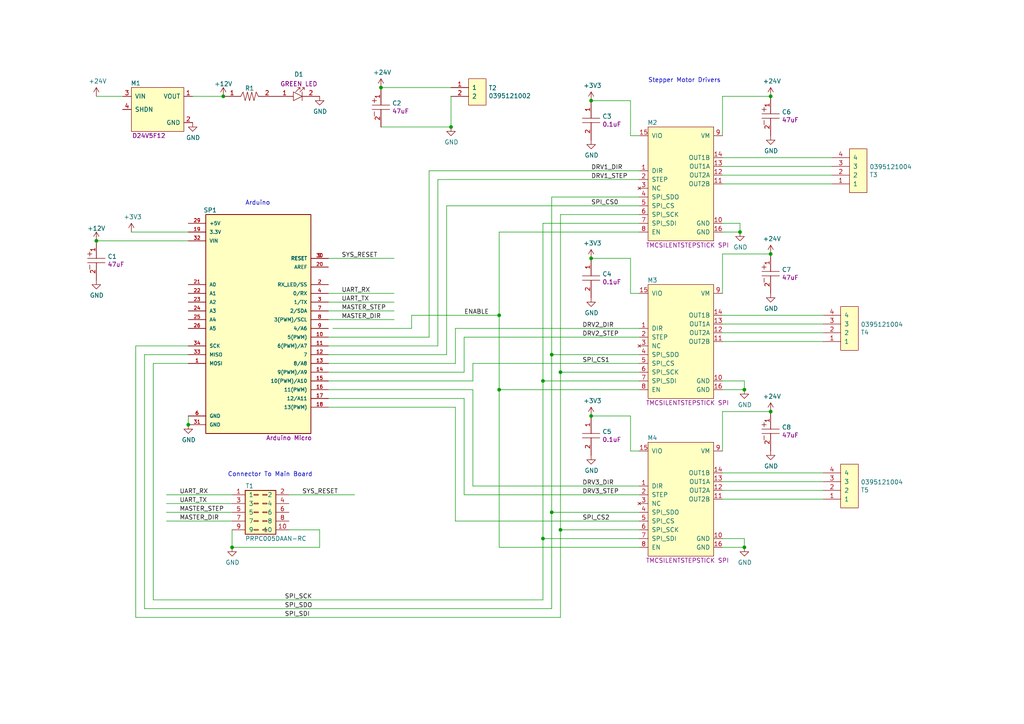
<source format=kicad_sch>
(kicad_sch (version 20211123) (generator eeschema)
  (paper "A4")
  (lib_symbols
    (symbol "AVR-KiCAD-Lib-Capacitors:C0402C104K9PACTU" (pin_names (offset 1.016))
      (property "Reference" "C" (at -2.54 2.54 0))
      (property "_Value_" "0.1uF" (at 58.42 63.5 0))
      (symbol "C0402C104K9PACTU_1_1"
        (polyline (pts (xy 0 2.54) (xy 0 -2.54)))
        (polyline (pts (xy 1.27 2.54) (xy 1.27 -2.54)))
        (pin input line (at -5.08 0 0) (length 5.08) (name "~") (number "1"))
        (pin input line (at 6.35 0 180) (length 5.08) (name "~") (number "2"))
      )
    )
    (symbol "AVR-KiCAD-Lib-Capacitors:UCM1C470MCL1GS" (pin_names (offset 1.016))
      (property "Reference" "C" (at -2.54 2.54 0))
      (property "_Value_" "47uF" (at 58.42 63.5 0))
      (symbol "UCM1C470MCL1GS_0_1"
        (polyline (pts (xy -1.27 -1.27) (xy -1.27 -2.54)))
        (polyline (pts (xy -0.635 -1.905) (xy -1.905 -1.905)))
        (polyline (pts (xy 1.905 -1.905) (xy 3.175 -1.905)))
      )
      (symbol "UCM1C470MCL1GS_1_1"
        (polyline (pts (xy 0 2.54) (xy 0 -2.54)))
        (polyline (pts (xy 1.27 2.54) (xy 1.27 -2.54)))
        (pin input line (at -5.08 0 0) (length 5.08) (name "~") (number "1"))
        (pin input line (at 6.35 0 180) (length 5.08) (name "~") (number "2"))
      )
    )
    (symbol "AVR-KiCAD-Lib-Connectors:0395121002" (pin_names (offset 1.016))
      (property "Reference" "T" (at -2.54 2.54 0))
      (property "Value" "AVR-KiCAD-Lib-Connectors_0395121002" (at 1.27 5.08 0))
      (symbol "0395121002_0_1"
        (rectangle (start 0 2.54) (end 5.08 -5.08) (fill (type background)))
      )
      (symbol "0395121002_1_1"
        (pin passive line (at -5.08 0 0) (length 5.08) (name "1") (number "1"))
        (pin passive line (at -5.08 -2.54 0) (length 5.08) (name "2") (number "2"))
      )
    )
    (symbol "AVR-KiCAD-Lib-Connectors:0395121004" (pin_names (offset 1.016))
      (property "Reference" "T" (at -2.54 2.54 0))
      (property "Value" "AVR-KiCAD-Lib-Connectors_0395121004" (at 1.27 5.08 0))
      (symbol "0395121004_0_1"
        (rectangle (start 0 2.54) (end 5.08 -10.16) (fill (type background)))
      )
      (symbol "0395121004_1_1"
        (pin passive line (at -5.08 0 0) (length 5.08) (name "1") (number "1"))
        (pin passive line (at -5.08 -2.54 0) (length 5.08) (name "2") (number "2"))
        (pin passive line (at -5.08 -5.08 0) (length 5.08) (name "3") (number "3"))
        (pin passive line (at -5.08 -7.62 0) (length 5.08) (name "4") (number "4"))
      )
    )
    (symbol "AVR-KiCAD-Lib-Connectors:PRPC005DAAN-RC" (pin_names (offset 1.016))
      (property "Reference" "T" (at 0 1.27 0))
      (property "Value" "PRPC005DAAN-RC" (at 6.35 -13.97 0))
      (symbol "PRPC005DAAN-RC_1_1"
        (rectangle (start 0 0) (end 8.89 -12.7) (stroke (width 0.254)) (fill (type background)))
        (rectangle (start 2.54 -11.303) (end 3.81 -11.557) (stroke (width 0.1524)))
        (rectangle (start 2.54 -8.763) (end 3.81 -9.017) (stroke (width 0.1524)))
        (rectangle (start 2.54 -6.223) (end 3.81 -6.477) (stroke (width 0.1524)))
        (rectangle (start 2.54 -3.683) (end 3.81 -3.937) (stroke (width 0.1524)))
        (rectangle (start 2.54 -1.143) (end 3.81 -1.397) (stroke (width 0.1524)))
        (rectangle (start 6.35 -11.303) (end 5.08 -11.557) (stroke (width 0.1524)))
        (rectangle (start 6.35 -8.763) (end 5.08 -9.017) (stroke (width 0.1524)))
        (rectangle (start 6.35 -6.223) (end 5.08 -6.477) (stroke (width 0.1524)))
        (rectangle (start 6.35 -3.683) (end 5.08 -3.937) (stroke (width 0.1524)))
        (rectangle (start 6.35 -1.143) (end 5.08 -1.397) (stroke (width 0.1524)))
        (pin passive line (at -3.81 -1.27 0) (length 3.81) (name "1") (number "1"))
        (pin passive line (at 12.7 -11.43 180) (length 3.81) (name "10") (number "10"))
        (pin passive line (at 12.7 -1.27 180) (length 3.81) (name "2") (number "2"))
        (pin passive line (at -3.81 -3.81 0) (length 3.81) (name "3") (number "3"))
        (pin passive line (at 12.7 -3.81 180) (length 3.81) (name "4") (number "4"))
        (pin passive line (at -3.81 -6.35 0) (length 3.81) (name "5") (number "5"))
        (pin passive line (at 12.7 -6.35 180) (length 3.81) (name "6") (number "6"))
        (pin passive line (at -3.81 -8.89 0) (length 3.81) (name "7") (number "7"))
        (pin passive line (at 12.7 -8.89 180) (length 3.81) (name "8") (number "8"))
        (pin passive line (at -3.81 -11.43 0) (length 3.81) (name "9") (number "9"))
      )
    )
    (symbol "AVR-KiCAD-Lib-Diodes:LTST-C194KGKT" (pin_names (offset 1.016))
      (property "Reference" "D" (at -2.54 2.54 0))
      (property "_Value_" "GREEN LED" (at 58.42 63.5 0))
      (symbol "LTST-C194KGKT_0_1"
        (polyline (pts (xy -0.635 1.27) (xy 0.635 2.54)))
        (polyline (pts (xy 0.635 2.54) (xy 0 2.54)))
        (polyline (pts (xy 0.635 2.54) (xy 0.635 1.905)))
        (polyline (pts (xy 1.27 -1.27) (xy 1.27 1.27)))
        (polyline (pts (xy 1.905 2.54) (xy 1.905 1.905)))
        (polyline (pts (xy 0.635 1.27) (xy 1.905 2.54) (xy 1.27 2.54)))
        (polyline (pts (xy -1.27 1.27) (xy -1.27 -1.27) (xy 1.27 0) (xy -1.27 1.27)))
      )
      (symbol "LTST-C194KGKT_1_1"
        (pin passive line (at -6.35 0 0) (length 5.08) (name "~") (number "1"))
        (pin passive line (at 6.35 0 180) (length 5.08) (name "~") (number "2"))
      )
    )
    (symbol "AVR-KiCAD-Lib-Modules:D24V5F12" (pin_names (offset 1.016))
      (property "Reference" "M" (at 1.27 1.27 0))
      (property "_Value_" "D24V5F12" (at 3.81 -13.97 0))
      (symbol "D24V5F12_0_1"
        (rectangle (start 0 0) (end 15.24 -12.7) (stroke (width 0.1524)) (fill (type background)))
      )
      (symbol "D24V5F12_1_1"
        (pin power_out line (at 17.78 -2.54 180) (length 2.54) (name "VOUT") (number "1"))
        (pin passive line (at 17.78 -10.16 180) (length 2.54) (name "GND") (number "2"))
        (pin power_in line (at -2.54 -2.54 0) (length 2.54) (name "VIN") (number "3"))
        (pin input line (at -2.54 -6.35 0) (length 2.54) (name "SHDN") (number "4"))
      )
    )
    (symbol "AVR-KiCAD-Lib-Modules:TMCSILENTSTEPSTICK" (pin_names (offset 1.016))
      (property "Reference" "M" (at 1.27 2.54 0))
      (property "_Value_" "TMCSILENTSTEPSTICK SPI" (at 11.43 -33.02 0))
      (symbol "TMCSILENTSTEPSTICK_0_1"
        (rectangle (start 0 1.27) (end 19.05 -31.75) (fill (type background)))
      )
      (symbol "TMCSILENTSTEPSTICK_1_1"
        (pin input line (at -2.54 -11.43 0) (length 2.54) (name "DIR") (number "1"))
        (pin passive line (at 21.59 -26.67 180) (length 2.54) (name "GND") (number "10"))
        (pin output line (at 21.59 -15.24 180) (length 2.54) (name "OUT2B") (number "11"))
        (pin output line (at 21.59 -12.7 180) (length 2.54) (name "OUT2A") (number "12"))
        (pin output line (at 21.59 -10.16 180) (length 2.54) (name "OUT1A") (number "13"))
        (pin output line (at 21.59 -7.62 180) (length 2.54) (name "OUT1B") (number "14"))
        (pin power_in line (at -2.54 -1.27 0) (length 2.54) (name "VIO") (number "15"))
        (pin passive line (at 21.59 -29.21 180) (length 2.54) (name "GND") (number "16"))
        (pin input line (at -2.54 -13.97 0) (length 2.54) (name "STEP") (number "2"))
        (pin no_connect line (at -2.54 -16.51 0) (length 2.54) (name "NC") (number "3"))
        (pin output line (at -2.54 -19.05 0) (length 2.54) (name "SPI_SDO") (number "4"))
        (pin input line (at -2.54 -21.59 0) (length 2.54) (name "SPI_CS") (number "5"))
        (pin input line (at -2.54 -24.13 0) (length 2.54) (name "SPI_SCK") (number "6"))
        (pin input line (at -2.54 -26.67 0) (length 2.54) (name "SPI_SDI") (number "7"))
        (pin input line (at -2.54 -29.21 0) (length 2.54) (name "EN") (number "8"))
        (pin power_in line (at 21.59 -1.27 180) (length 2.54) (name "VM") (number "9"))
      )
    )
    (symbol "AVR-KiCAD-Lib-Resistors:AT0603FRE0710KL" (pin_names (offset 1.016))
      (property "Reference" "R" (at -2.54 2.54 0))
      (property "Value" "AT0603FRE0710KL" (at 1.27 5.08 0))
      (symbol "AT0603FRE0710KL_1_1"
        (polyline (pts (xy -2.54 0) (xy -1.905 1.27) (xy -1.27 -1.27) (xy -0.635 1.27) (xy 0 -1.27) (xy 0.635 1.27) (xy 1.27 -1.27) (xy 1.905 1.27) (xy 2.54 0)))
        (pin passive line (at -7.62 0 0) (length 5.08) (name "~") (number "1"))
        (pin passive line (at 7.62 0 180) (length 5.08) (name "~") (number "2"))
      )
    )
    (symbol "AVR-KiCAD-Lib-Special:Arduino_Micro" (pin_names (offset 1.016))
      (property "Reference" "SP" (at 1.27 1.27 0))
      (property "_Value_" "Arduino Micro" (at 6.35 -64.77 0))
      (symbol "Arduino_Micro_1_1"
        (rectangle (start 0 0) (end 30.48 -63.5) (stroke (width 0.254)) (fill (type background)))
        (pin bidirectional line (at 35.56 -43.18 180) (length 5.08) (name "MOSI") (number "1"))
        (pin bidirectional line (at -5.08 -35.56 0) (length 5.08) (name "5(PWM)") (number "10"))
        (pin bidirectional line (at -5.08 -38.1 0) (length 5.08) (name "6(PWM)/A7") (number "11"))
        (pin bidirectional line (at -5.08 -40.64 0) (length 5.08) (name "7") (number "12"))
        (pin bidirectional line (at -5.08 -43.18 0) (length 5.08) (name "8/A8") (number "13"))
        (pin bidirectional line (at -5.08 -45.72 0) (length 5.08) (name "9(PWM)/A9") (number "14"))
        (pin bidirectional line (at -5.08 -48.26 0) (length 5.08) (name "10(PWM)/A10") (number "15"))
        (pin bidirectional line (at -5.08 -50.8 0) (length 5.08) (name "11(PWM)") (number "16"))
        (pin bidirectional line (at -5.08 -53.34 0) (length 5.08) (name "12/A11") (number "17"))
        (pin bidirectional line (at -5.08 -55.88 0) (length 5.08) (name "13(PWM)") (number "18"))
        (pin power_in line (at 35.56 -5.08 180) (length 5.08) (name "3.3V") (number "19"))
        (pin bidirectional line (at -5.08 -20.32 0) (length 5.08) (name "RX_LED/SS") (number "2"))
        (pin input line (at -5.08 -15.24 0) (length 5.08) (name "AREF") (number "20"))
        (pin bidirectional line (at 35.56 -20.32 180) (length 5.08) (name "A0") (number "21"))
        (pin bidirectional line (at 35.56 -22.86 180) (length 5.08) (name "A1") (number "22"))
        (pin bidirectional line (at 35.56 -25.4 180) (length 5.08) (name "A2") (number "23"))
        (pin bidirectional line (at 35.56 -27.94 180) (length 5.08) (name "A3") (number "24"))
        (pin bidirectional line (at 35.56 -30.48 180) (length 5.08) (name "A4") (number "25"))
        (pin bidirectional line (at 35.56 -33.02 180) (length 5.08) (name "A5") (number "26"))
        (pin power_in line (at 35.56 -2.54 180) (length 5.08) (name "+5V") (number "29"))
        (pin bidirectional line (at -5.08 -25.4 0) (length 5.08) (name "1/TX") (number "3"))
        (pin input line (at -5.08 -12.7 0) (length 5.08) (name "RESET") (number "30"))
        (pin power_in line (at 35.56 -60.96 180) (length 5.08) (name "GND") (number "31"))
        (pin power_in line (at 35.56 -7.62 180) (length 5.08) (name "VIN") (number "32"))
        (pin bidirectional line (at 35.56 -40.64 180) (length 5.08) (name "MISO") (number "33"))
        (pin bidirectional line (at 35.56 -38.1 180) (length 5.08) (name "SCK") (number "34"))
        (pin bidirectional line (at -5.08 -22.86 0) (length 5.08) (name "0/RX") (number "4"))
        (pin input line (at -5.08 -12.7 0) (length 5.08) (name "RESET") (number "5"))
        (pin power_in line (at 35.56 -58.42 180) (length 5.08) (name "GND") (number "6"))
        (pin bidirectional line (at -5.08 -27.94 0) (length 5.08) (name "2/SDA") (number "7"))
        (pin bidirectional line (at -5.08 -30.48 0) (length 5.08) (name "3(PWM)/SCL") (number "8"))
        (pin bidirectional line (at -5.08 -33.02 0) (length 5.08) (name "4/A6") (number "9"))
      )
    )
    (symbol "power:+12V" (power) (pin_names (offset 0))
      (property "Value" "+12V" (at 0 3.556 0))
      (symbol "+12V_0_1"
        (polyline (pts (xy -0.762 1.27) (xy 0 2.54)))
        (polyline (pts (xy 0 0) (xy 0 2.54)))
        (polyline (pts (xy 0 2.54) (xy 0.762 1.27)))
      )
      (symbol "+12V_1_1"
        (pin power_in line (at 0 0 90) (length 0) hide (name "+12V") (number "1"))
      )
    )
    (symbol "power:+24V" (power) (pin_names (offset 0))
      (property "Value" "+24V" (at 0 3.556 0))
      (symbol "+24V_0_1"
        (polyline (pts (xy -0.762 1.27) (xy 0 2.54)))
        (polyline (pts (xy 0 0) (xy 0 2.54)))
        (polyline (pts (xy 0 2.54) (xy 0.762 1.27)))
      )
      (symbol "+24V_1_1"
        (pin power_in line (at 0 0 90) (length 0) hide (name "+24V") (number "1"))
      )
    )
    (symbol "power:+3.3V" (power) (pin_names (offset 0))
      (property "Value" "+3.3V" (at 0 3.556 0))
      (symbol "+3.3V_0_1"
        (polyline (pts (xy -0.762 1.27) (xy 0 2.54)))
        (polyline (pts (xy 0 0) (xy 0 2.54)))
        (polyline (pts (xy 0 2.54) (xy 0.762 1.27)))
      )
      (symbol "+3.3V_1_1"
        (pin power_in line (at 0 0 90) (length 0) hide (name "+3V3") (number "1"))
      )
    )
    (symbol "power:GND" (power) (pin_names (offset 0))
      (property "Value" "GND" (at 0 -3.81 0))
      (symbol "GND_0_1"
        (polyline (pts (xy 0 0) (xy 0 -1.27) (xy 1.27 -1.27) (xy 0 -2.54) (xy -1.27 -1.27) (xy 0 -1.27)))
      )
      (symbol "GND_1_1"
        (pin power_in line (at 0 0 270) (length 0) hide (name "GND") (number "1"))
      )
    )
  )
  (junction (at 162.56 153.67))
  (junction (at 214.63 67.31))
  (junction (at 157.48 110.49))
  (junction (at 223.52 73.66))
  (junction (at 144.78 91.44))
  (junction (at 67.31 158.75))
  (junction (at 223.52 119.38))
  (junction (at 64.77 27.94))
  (junction (at 160.02 148.59))
  (junction (at 160.02 102.87))
  (junction (at 215.9 113.03))
  (junction (at 157.48 156.21))
  (junction (at 144.78 113.03))
  (junction (at 130.81 36.83))
  (junction (at 110.49 25.4))
  (junction (at 27.94 69.85))
  (junction (at 54.61 123.19))
  (junction (at 162.56 107.95))
  (junction (at 223.52 27.94))
  (junction (at 171.45 29.21))
  (junction (at 171.45 74.93))
  (junction (at 215.9 158.75))
  (junction (at 171.45 120.65))
  (wire (pts (xy 95.25 115.57) (xy 134.62 115.57)))
  (wire (pts (xy 132.08 118.11) (xy 132.08 151.13)))
  (wire (pts (xy 185.42 67.31) (xy 144.78 67.31)))
  (wire (pts (xy 182.88 74.93) (xy 171.45 74.93)))
  (wire (pts (xy 124.46 49.53) (xy 185.42 49.53)))
  (wire (pts (xy 182.88 29.21) (xy 171.45 29.21)))
  (wire (pts (xy 54.61 123.19) (xy 54.61 120.65)))
  (wire (pts (xy 182.88 85.09) (xy 182.88 74.93)))
  (wire (pts (xy 144.78 158.75) (xy 185.42 158.75)))
  (wire (pts (xy 119.38 95.25) (xy 119.38 91.44)))
  (wire (pts (xy 127 52.07) (xy 127 100.33)))
  (wire (pts (xy 110.49 36.83) (xy 130.81 36.83)))
  (wire (pts (xy 209.55 130.81) (xy 209.55 119.38)))
  (wire (pts (xy 41.91 102.87) (xy 41.91 176.53)))
  (wire (pts (xy 96.52 95.25) (xy 119.38 95.25)))
  (wire (pts (xy 209.55 142.24) (xy 238.76 142.24)))
  (wire (pts (xy 160.02 102.87) (xy 185.42 102.87)))
  (wire (pts (xy 134.62 115.57) (xy 134.62 143.51)))
  (wire (pts (xy 157.48 156.21) (xy 157.48 110.49)))
  (wire (pts (xy 41.91 176.53) (xy 160.02 176.53)))
  (wire (pts (xy 48.26 148.59) (xy 67.31 148.59)))
  (wire (pts (xy 137.16 105.41) (xy 185.42 105.41)))
  (wire (pts (xy 209.55 96.52) (xy 238.76 96.52)))
  (wire (pts (xy 162.56 107.95) (xy 162.56 62.23)))
  (wire (pts (xy 67.31 158.75) (xy 92.71 158.75)))
  (wire (pts (xy 209.55 50.8) (xy 241.3 50.8)))
  (wire (pts (xy 185.42 130.81) (xy 182.88 130.81)))
  (wire (pts (xy 209.55 158.75) (xy 215.9 158.75)))
  (wire (pts (xy 209.55 73.66) (xy 223.52 73.66)))
  (wire (pts (xy 54.61 100.33) (xy 39.37 100.33)))
  (wire (pts (xy 209.55 48.26) (xy 241.3 48.26)))
  (wire (pts (xy 157.48 110.49) (xy 157.48 64.77)))
  (wire (pts (xy 182.88 39.37) (xy 182.88 29.21)))
  (wire (pts (xy 132.08 95.25) (xy 132.08 105.41)))
  (wire (pts (xy 129.54 59.69) (xy 129.54 102.87)))
  (wire (pts (xy 137.16 113.03) (xy 137.16 140.97)))
  (wire (pts (xy 95.25 105.41) (xy 132.08 105.41)))
  (wire (pts (xy 162.56 107.95) (xy 185.42 107.95)))
  (wire (pts (xy 162.56 62.23) (xy 185.42 62.23)))
  (wire (pts (xy 160.02 176.53) (xy 160.02 148.59)))
  (wire (pts (xy 48.26 146.05) (xy 67.31 146.05)))
  (wire (pts (xy 92.71 153.67) (xy 83.82 153.67)))
  (wire (pts (xy 185.42 59.69) (xy 129.54 59.69)))
  (wire (pts (xy 160.02 148.59) (xy 185.42 148.59)))
  (wire (pts (xy 162.56 179.07) (xy 162.56 153.67)))
  (wire (pts (xy 209.55 53.34) (xy 241.3 53.34)))
  (wire (pts (xy 132.08 151.13) (xy 185.42 151.13)))
  (wire (pts (xy 95.25 110.49) (xy 137.16 110.49)))
  (wire (pts (xy 215.9 113.03) (xy 215.9 110.49)))
  (wire (pts (xy 162.56 153.67) (xy 162.56 107.95)))
  (wire (pts (xy 157.48 110.49) (xy 185.42 110.49)))
  (wire (pts (xy 209.55 45.72) (xy 241.3 45.72)))
  (wire (pts (xy 130.81 36.83) (xy 130.81 27.94)))
  (wire (pts (xy 185.42 143.51) (xy 134.62 143.51)))
  (wire (pts (xy 209.55 139.7) (xy 238.76 139.7)))
  (wire (pts (xy 185.42 52.07) (xy 127 52.07)))
  (wire (pts (xy 209.55 144.78) (xy 238.76 144.78)))
  (wire (pts (xy 209.55 64.77) (xy 214.63 64.77)))
  (wire (pts (xy 209.55 67.31) (xy 214.63 67.31)))
  (wire (pts (xy 209.55 119.38) (xy 223.52 119.38)))
  (wire (pts (xy 157.48 173.99) (xy 157.48 156.21)))
  (wire (pts (xy 132.08 95.25) (xy 185.42 95.25)))
  (wire (pts (xy 182.88 130.81) (xy 182.88 120.65)))
  (wire (pts (xy 209.55 99.06) (xy 238.76 99.06)))
  (wire (pts (xy 185.42 39.37) (xy 182.88 39.37)))
  (wire (pts (xy 95.25 90.17) (xy 114.3 90.17)))
  (wire (pts (xy 39.37 100.33) (xy 39.37 179.07)))
  (wire (pts (xy 134.62 97.79) (xy 134.62 107.95)))
  (wire (pts (xy 209.55 93.98) (xy 238.76 93.98)))
  (wire (pts (xy 39.37 179.07) (xy 162.56 179.07)))
  (wire (pts (xy 48.26 151.13) (xy 67.31 151.13)))
  (wire (pts (xy 27.94 27.94) (xy 35.56 27.94)))
  (wire (pts (xy 83.82 143.51) (xy 102.87 143.51)))
  (wire (pts (xy 130.81 25.4) (xy 110.49 25.4)))
  (wire (pts (xy 55.88 27.94) (xy 64.77 27.94)))
  (wire (pts (xy 124.46 97.79) (xy 95.25 97.79)))
  (wire (pts (xy 215.9 156.21) (xy 215.9 158.75)))
  (wire (pts (xy 160.02 102.87) (xy 160.02 57.15)))
  (wire (pts (xy 27.94 69.85) (xy 54.61 69.85)))
  (wire (pts (xy 157.48 156.21) (xy 185.42 156.21)))
  (wire (pts (xy 185.42 97.79) (xy 134.62 97.79)))
  (wire (pts (xy 214.63 64.77) (xy 214.63 67.31)))
  (wire (pts (xy 209.55 137.16) (xy 238.76 137.16)))
  (wire (pts (xy 95.25 107.95) (xy 134.62 107.95)))
  (wire (pts (xy 92.71 158.75) (xy 92.71 153.67)))
  (wire (pts (xy 95.25 87.63) (xy 114.3 87.63)))
  (wire (pts (xy 95.25 102.87) (xy 129.54 102.87)))
  (wire (pts (xy 95.25 113.03) (xy 137.16 113.03)))
  (wire (pts (xy 95.25 118.11) (xy 132.08 118.11)))
  (wire (pts (xy 209.55 156.21) (xy 215.9 156.21)))
  (wire (pts (xy 157.48 64.77) (xy 185.42 64.77)))
  (wire (pts (xy 137.16 140.97) (xy 185.42 140.97)))
  (wire (pts (xy 38.1 67.31) (xy 54.61 67.31)))
  (wire (pts (xy 215.9 110.49) (xy 209.55 110.49)))
  (wire (pts (xy 209.55 113.03) (xy 215.9 113.03)))
  (wire (pts (xy 95.25 85.09) (xy 114.3 85.09)))
  (wire (pts (xy 160.02 148.59) (xy 160.02 102.87)))
  (wire (pts (xy 95.25 100.33) (xy 127 100.33)))
  (wire (pts (xy 144.78 91.44) (xy 144.78 113.03)))
  (wire (pts (xy 209.55 39.37) (xy 209.55 27.94)))
  (wire (pts (xy 41.91 102.87) (xy 54.61 102.87)))
  (wire (pts (xy 162.56 153.67) (xy 185.42 153.67)))
  (wire (pts (xy 144.78 67.31) (xy 144.78 91.44)))
  (wire (pts (xy 209.55 27.94) (xy 223.52 27.94)))
  (wire (pts (xy 209.55 91.44) (xy 238.76 91.44)))
  (wire (pts (xy 119.38 91.44) (xy 144.78 91.44)))
  (wire (pts (xy 48.26 143.51) (xy 67.31 143.51)))
  (wire (pts (xy 144.78 113.03) (xy 185.42 113.03)))
  (wire (pts (xy 185.42 85.09) (xy 182.88 85.09)))
  (wire (pts (xy 160.02 57.15) (xy 185.42 57.15)))
  (wire (pts (xy 137.16 105.41) (xy 137.16 110.49)))
  (wire (pts (xy 124.46 49.53) (xy 124.46 97.79)))
  (wire (pts (xy 44.45 173.99) (xy 157.48 173.99)))
  (wire (pts (xy 144.78 113.03) (xy 144.78 158.75)))
  (wire (pts (xy 182.88 120.65) (xy 171.45 120.65)))
  (wire (pts (xy 44.45 105.41) (xy 54.61 105.41)))
  (wire (pts (xy 95.25 92.71) (xy 114.3 92.71)))
  (wire (pts (xy 95.25 74.93) (xy 114.3 74.93)))
  (wire (pts (xy 44.45 105.41) (xy 44.45 173.99)))
  (wire (pts (xy 209.55 85.09) (xy 209.55 73.66)))
  (wire (pts (xy 67.31 153.67) (xy 67.31 158.75)))
  (text "Connector To Main Board\n" (at 66.04 138.43 0) (effects (font (size 1.27 1.27)) (justify left bottom)))
  (text "Arduino\n" (at 71.12 59.69 0) (effects (font (size 1.27 1.27)) (justify left bottom)))
  (text "Stepper Motor Drivers" (at 187.96 24.13 0) (effects (font (size 1.27 1.27)) (justify left bottom)))
  (label "DRV3_STEP" (at 168.91 143.51 0))
  (label "MASTER_DIR" (at 52.07 151.13 0))
  (label "DRV2_STEP" (at 168.91 97.79 0))
  (label "MASTER_STEP" (at 52.07 148.59 0))
  (label "DRV1_DIR" (at 171.45 49.53 0))
  (label "UART_RX" (at 52.07 143.51 0))
  (label "SYS_RESET" (at 87.63 143.51 0))
  (label "DRV1_STEP" (at 171.45 52.07 0))
  (label "MASTER_DIR" (at 99.06 92.71 0))
  (label "UART_TX" (at 52.07 146.05 0))
  (label "SPI_SCK" (at 82.55 173.99 0))
  (label "SPI_SDO" (at 82.55 176.53 0))
  (label "UART_RX" (at 99.06 85.09 0))
  (label "MASTER_STEP" (at 99.06 90.17 0))
  (label "UART_TX" (at 99.06 87.63 0))
  (label "SPI_CS2" (at 168.91 151.13 0))
  (label "DRV3_DIR" (at 168.91 140.97 0))
  (label "SPI_CS1" (at 168.91 105.41 0))
  (label "DRV2_DIR" (at 168.91 95.25 0))
  (label "SPI_SDI" (at 82.55 179.07 0))
  (label "ENABLE" (at 134.62 91.44 0))
  (label "SYS_RESET" (at 99.06 74.93 0))
  (label "SPI_CS0" (at 171.45 59.69 0))
  (symbol (lib_id "AVR-KiCAD-Lib-Special:Arduino_Micro") (at 90.17 62.23 0) (mirror y) (unit 1)
    (property "Reference" "SP1" (at 60.96 60.96 0))
    (property "Value" "Arduino_Micro" (effects hide))
    (property "Footprint" "AVR-KiCAD-Lib-Special:ARDUINO_A000053" (effects hide))
    (property "Datasheet" "https://www.arduino.cc/en/uploads/Main/arduino-micro-schematic.pdf" (effects hide))
    (property "Cost QTY: 1" "19.80000" (effects hide))
    (property "Cost QTY: 1000" "17.87500" (effects hide))
    (property "Cost QTY: 2500" "*" (effects hide))
    (property "Cost QTY: 5000" "*" (effects hide))
    (property "Cost QTY: 10000" "*" (effects hide))
    (property "MFR" "Arduino" (effects hide))
    (property "MFR#" "A000053" (effects hide))
    (property "Vendor" "Digikey" (effects hide))
    (property "Vendor #" "1050-1066-ND" (effects hide))
    (property "Designer" "AVR" (effects hide))
    (property "Height" "*" (effects hide))
    (property "Date Created" "8/1/2020" (effects hide))
    (property "Date Modified" "8/1/2020" (effects hide))
    (property "Lead-Free ?" "Yes" (effects hide))
    (property "RoHS Levels" "1" (effects hide))
    (property "Mounting" "ThroughHole" (effects hide))
    (property "Pin Count #" "*" (effects hide))
    (property "Status" "Active" (effects hide))
    (property "Tolerance" "*" (effects hide))
    (property "Type" "MCU Module" (effects hide))
    (property "Voltage" "3.3V/5V" (effects hide))
    (property "Package" "*" (effects hide))
    (property "Description" "ATmega32U4 Arduino Micro AVR® ATmega AVR MCU 8-Bit Embedded Evaluation Board" (effects hide))
    (property "_Value_" "Arduino Micro" (at 83.82 127 0))
    (property "Management_ID" "*" (effects hide))
  )
  (symbol (lib_id "AVR-KiCAD-Lib-Modules:TMCSILENTSTEPSTICK") (at 187.96 38.1 0) (unit 1)
    (property "Reference" "M2" (at 189.23 35.56 0))
    (property "Value" "TMCSILENTSTEPSTICK" (effects hide))
    (property "Footprint" "AVR-KiCAD-Lib-Modules:TMCSILENTSTEPSTICK_SPI" (effects hide))
    (property "Datasheet" "https://www.trinamic.com/fileadmin/assets/Products/ICs_Documents/TMC2130_datasheet.pdf" (effects hide))
    (property "Cost QTY: 1" "12.73" (effects hide))
    (property "Cost QTY: 1000" "*" (effects hide))
    (property "Cost QTY: 2500" "*" (effects hide))
    (property "Cost QTY: 5000" "*" (effects hide))
    (property "Cost QTY: 10000" "*" (effects hide))
    (property "MFR" "Trinamic Motion Control GmbH" (effects hide))
    (property "MFR#" "TMCSILENTSTEPSTICK SPI" (effects hide))
    (property "Vendor" "Digikey" (effects hide))
    (property "Vendor #" "1460-TMCSILENTSTEPSTICKSPI-ND" (effects hide))
    (property "Designer" "AVR" (effects hide))
    (property "Height" "11.87" (effects hide))
    (property "Date Created" "12/6/2021" (effects hide))
    (property "Date Modified" "12/6/2021" (effects hide))
    (property "Lead-Free ?" "Yes" (effects hide))
    (property "RoHS Levels" "1" (effects hide))
    (property "Mounting" "ThroughHole" (effects hide))
    (property "Pin Count #" "16" (effects hide))
    (property "Status" "Active" (effects hide))
    (property "Tolerance" "N/A" (effects hide))
    (property "Type" "STepper Driver Module Pololu style" (effects hide))
    (property "Voltage" "25V/5V" (effects hide))
    (property "Package" "Pololu Stepper" (effects hide))
    (property "Description" "TMC2130 Motor Controller/Driver, Stepper Power Management Evaluation Board" (effects hide))
    (property "_Value_" "TMCSILENTSTEPSTICK SPI" (at 199.39 71.12 0))
    (property "Management_ID" "*" (effects hide))
  )
  (symbol (lib_id "AVR-KiCAD-Lib-Modules:TMCSILENTSTEPSTICK") (at 187.96 83.82 0) (unit 1)
    (property "Reference" "M3" (at 189.23 81.28 0))
    (property "Value" "TMCSILENTSTEPSTICK" (effects hide))
    (property "Footprint" "AVR-KiCAD-Lib-Modules:TMCSILENTSTEPSTICK_SPI" (effects hide))
    (property "Datasheet" "https://www.trinamic.com/fileadmin/assets/Products/ICs_Documents/TMC2130_datasheet.pdf" (effects hide))
    (property "Cost QTY: 1" "12.73" (effects hide))
    (property "Cost QTY: 1000" "*" (effects hide))
    (property "Cost QTY: 2500" "*" (effects hide))
    (property "Cost QTY: 5000" "*" (effects hide))
    (property "Cost QTY: 10000" "*" (effects hide))
    (property "MFR" "Trinamic Motion Control GmbH" (effects hide))
    (property "MFR#" "TMCSILENTSTEPSTICK SPI" (effects hide))
    (property "Vendor" "Digikey" (effects hide))
    (property "Vendor #" "1460-TMCSILENTSTEPSTICKSPI-ND" (effects hide))
    (property "Designer" "AVR" (effects hide))
    (property "Height" "11.87" (effects hide))
    (property "Date Created" "12/6/2021" (effects hide))
    (property "Date Modified" "12/6/2021" (effects hide))
    (property "Lead-Free ?" "Yes" (effects hide))
    (property "RoHS Levels" "1" (effects hide))
    (property "Mounting" "ThroughHole" (effects hide))
    (property "Pin Count #" "16" (effects hide))
    (property "Status" "Active" (effects hide))
    (property "Tolerance" "N/A" (effects hide))
    (property "Type" "STepper Driver Module Pololu style" (effects hide))
    (property "Voltage" "25V/5V" (effects hide))
    (property "Package" "Pololu Stepper" (effects hide))
    (property "Description" "TMC2130 Motor Controller/Driver, Stepper Power Management Evaluation Board" (effects hide))
    (property "_Value_" "TMCSILENTSTEPSTICK SPI" (at 199.39 116.84 0))
    (property "Management_ID" "*" (effects hide))
  )
  (symbol (lib_id "AVR-KiCAD-Lib-Modules:TMCSILENTSTEPSTICK") (at 187.96 129.54 0) (unit 1)
    (property "Reference" "M4" (at 189.23 127 0))
    (property "Value" "TMCSILENTSTEPSTICK" (effects hide))
    (property "Footprint" "AVR-KiCAD-Lib-Modules:TMCSILENTSTEPSTICK_SPI" (effects hide))
    (property "Datasheet" "https://www.trinamic.com/fileadmin/assets/Products/ICs_Documents/TMC2130_datasheet.pdf" (effects hide))
    (property "Cost QTY: 1" "12.73" (effects hide))
    (property "Cost QTY: 1000" "*" (effects hide))
    (property "Cost QTY: 2500" "*" (effects hide))
    (property "Cost QTY: 5000" "*" (effects hide))
    (property "Cost QTY: 10000" "*" (effects hide))
    (property "MFR" "Trinamic Motion Control GmbH" (effects hide))
    (property "MFR#" "TMCSILENTSTEPSTICK SPI" (effects hide))
    (property "Vendor" "Digikey" (effects hide))
    (property "Vendor #" "1460-TMCSILENTSTEPSTICKSPI-ND" (effects hide))
    (property "Designer" "AVR" (effects hide))
    (property "Height" "11.87" (effects hide))
    (property "Date Created" "12/6/2021" (effects hide))
    (property "Date Modified" "12/6/2021" (effects hide))
    (property "Lead-Free ?" "Yes" (effects hide))
    (property "RoHS Levels" "1" (effects hide))
    (property "Mounting" "ThroughHole" (effects hide))
    (property "Pin Count #" "16" (effects hide))
    (property "Status" "Active" (effects hide))
    (property "Tolerance" "N/A" (effects hide))
    (property "Type" "STepper Driver Module Pololu style" (effects hide))
    (property "Voltage" "25V/5V" (effects hide))
    (property "Package" "Pololu Stepper" (effects hide))
    (property "Description" "TMC2130 Motor Controller/Driver, Stepper Power Management Evaluation Board" (effects hide))
    (property "_Value_" "TMCSILENTSTEPSTICK SPI" (at 199.39 162.56 0))
    (property "Management_ID" "*" (effects hide))
  )
  (symbol (lib_id "power:GND") (at 215.9 113.03 0) (unit 1)
    (property "Reference" "#PWR018" (effects hide))
    (property "Value" "GND" (at 216.027 117.4242 0))
  )
  (symbol (lib_id "power:GND") (at 215.9 158.75 0) (unit 1)
    (property "Reference" "#PWR019" (effects hide))
    (property "Value" "GND" (at 216.027 163.1442 0))
  )
  (symbol (lib_id "power:GND") (at 214.63 67.31 0) (unit 1)
    (property "Reference" "#PWR017" (effects hide))
    (property "Value" "GND" (at 214.757 71.7042 0))
  )
  (symbol (lib_id "power:+24V") (at 223.52 119.38 0) (unit 1)
    (property "Reference" "#PWR024" (effects hide))
    (property "Value" "+24V" (at 223.901 114.9858 0))
  )
  (symbol (lib_id "power:+24V") (at 223.52 73.66 0) (unit 1)
    (property "Reference" "#PWR022" (effects hide))
    (property "Value" "+24V" (at 223.901 69.2658 0))
  )
  (symbol (lib_id "power:+24V") (at 223.52 27.94 0) (unit 1)
    (property "Reference" "#PWR020" (effects hide))
    (property "Value" "+24V" (at 223.901 23.5458 0))
  )
  (symbol (lib_id "power:GND") (at 54.61 123.19 0) (unit 1)
    (property "Reference" "#PWR04" (effects hide))
    (property "Value" "GND" (at 54.737 127.5842 0))
  )
  (symbol (lib_id "power:+3.3V") (at 171.45 120.65 0) (unit 1)
    (property "Reference" "#PWR015" (effects hide))
    (property "Value" "+3.3V" (at 171.831 116.2558 0))
  )
  (symbol (lib_id "AVR-KiCAD-Lib-Capacitors:C0402C104K9PACTU") (at 171.45 125.73 270) (unit 1)
    (property "Reference" "C5" (at 174.7012 125.1966 90) (effects (justify left)))
    (property "Value" "C0402C104K9PACTU" (effects hide))
    (property "Footprint" "AVR-KiCAD-Lib-Resistors:R0402" (effects hide))
    (property "Datasheet" "https://content.kemet.com/datasheets/KEM_C1006_X5R_SMD.pdf" (effects hide))
    (property "Cost QTY: 1" "0.10000" (effects hide))
    (property "Cost QTY: 1000" "0.01139" (effects hide))
    (property "Cost QTY: 2500" "0.01035" (effects hide))
    (property "Cost QTY: 5000" "0.00952" (effects hide))
    (property "Cost QTY: 10000" "0.00756" (effects hide))
    (property "MFR" "KEMET" (effects hide))
    (property "MFR#" "C0402C104K9PACTU" (effects hide))
    (property "Vendor" "Digikey" (effects hide))
    (property "Vendor #" "399-3026-6-ND" (effects hide))
    (property "Designer" "AVR" (effects hide))
    (property "Height" "0.55mm" (effects hide))
    (property "Date Created" "12/7/2019" (effects hide))
    (property "Date Modified" "12/7/2019" (effects hide))
    (property "Lead-Free ?" "Yes" (effects hide))
    (property "RoHS Levels" "1" (effects hide))
    (property "Mounting" "SMT" (effects hide))
    (property "Pin Count #" "2" (effects hide))
    (property "Status" "Active" (effects hide))
    (property "Tolerance" "10%" (effects hide))
    (property "Type" "Ceramic Cap" (effects hide))
    (property "Voltage" "6.3V" (effects hide))
    (property "Package" "0402" (effects hide))
    (property "Description" "0.1µF ±10% 6.3V Ceramic Capacitor X5R 0402 (1005 Metric)" (effects hide))
    (property "_Value_" "0.1uF" (at 174.7012 127.508 90) (effects (justify left)))
    (property "Management_ID" "*" (effects hide))
  )
  (symbol (lib_id "power:GND") (at 171.45 132.08 0) (unit 1)
    (property "Reference" "#PWR016" (effects hide))
    (property "Value" "GND" (at 171.577 136.4742 0))
  )
  (symbol (lib_id "power:+3.3V") (at 171.45 74.93 0) (unit 1)
    (property "Reference" "#PWR013" (effects hide))
    (property "Value" "+3.3V" (at 171.831 70.5358 0))
  )
  (symbol (lib_id "AVR-KiCAD-Lib-Capacitors:C0402C104K9PACTU") (at 171.45 80.01 270) (unit 1)
    (property "Reference" "C4" (at 174.7012 79.4766 90) (effects (justify left)))
    (property "Value" "C0402C104K9PACTU" (effects hide))
    (property "Footprint" "AVR-KiCAD-Lib-Resistors:R0402" (effects hide))
    (property "Datasheet" "https://content.kemet.com/datasheets/KEM_C1006_X5R_SMD.pdf" (effects hide))
    (property "Cost QTY: 1" "0.10000" (effects hide))
    (property "Cost QTY: 1000" "0.01139" (effects hide))
    (property "Cost QTY: 2500" "0.01035" (effects hide))
    (property "Cost QTY: 5000" "0.00952" (effects hide))
    (property "Cost QTY: 10000" "0.00756" (effects hide))
    (property "MFR" "KEMET" (effects hide))
    (property "MFR#" "C0402C104K9PACTU" (effects hide))
    (property "Vendor" "Digikey" (effects hide))
    (property "Vendor #" "399-3026-6-ND" (effects hide))
    (property "Designer" "AVR" (effects hide))
    (property "Height" "0.55mm" (effects hide))
    (property "Date Created" "12/7/2019" (effects hide))
    (property "Date Modified" "12/7/2019" (effects hide))
    (property "Lead-Free ?" "Yes" (effects hide))
    (property "RoHS Levels" "1" (effects hide))
    (property "Mounting" "SMT" (effects hide))
    (property "Pin Count #" "2" (effects hide))
    (property "Status" "Active" (effects hide))
    (property "Tolerance" "10%" (effects hide))
    (property "Type" "Ceramic Cap" (effects hide))
    (property "Voltage" "6.3V" (effects hide))
    (property "Package" "0402" (effects hide))
    (property "Description" "0.1µF ±10% 6.3V Ceramic Capacitor X5R 0402 (1005 Metric)" (effects hide))
    (property "_Value_" "0.1uF" (at 174.7012 81.788 90) (effects (justify left)))
    (property "Management_ID" "*" (effects hide))
  )
  (symbol (lib_id "power:GND") (at 171.45 86.36 0) (unit 1)
    (property "Reference" "#PWR014" (effects hide))
    (property "Value" "GND" (at 171.577 90.7542 0))
  )
  (symbol (lib_id "power:+3.3V") (at 171.45 29.21 0) (unit 1)
    (property "Reference" "#PWR011" (effects hide))
    (property "Value" "+3.3V" (at 171.831 24.8158 0))
  )
  (symbol (lib_id "AVR-KiCAD-Lib-Capacitors:C0402C104K9PACTU") (at 171.45 34.29 270) (unit 1)
    (property "Reference" "C3" (at 174.7012 33.7566 90) (effects (justify left)))
    (property "Value" "C0402C104K9PACTU" (effects hide))
    (property "Footprint" "AVR-KiCAD-Lib-Resistors:R0402" (effects hide))
    (property "Datasheet" "https://content.kemet.com/datasheets/KEM_C1006_X5R_SMD.pdf" (effects hide))
    (property "Cost QTY: 1" "0.10000" (effects hide))
    (property "Cost QTY: 1000" "0.01139" (effects hide))
    (property "Cost QTY: 2500" "0.01035" (effects hide))
    (property "Cost QTY: 5000" "0.00952" (effects hide))
    (property "Cost QTY: 10000" "0.00756" (effects hide))
    (property "MFR" "KEMET" (effects hide))
    (property "MFR#" "C0402C104K9PACTU" (effects hide))
    (property "Vendor" "Digikey" (effects hide))
    (property "Vendor #" "399-3026-6-ND" (effects hide))
    (property "Designer" "AVR" (effects hide))
    (property "Height" "0.55mm" (effects hide))
    (property "Date Created" "12/7/2019" (effects hide))
    (property "Date Modified" "12/7/2019" (effects hide))
    (property "Lead-Free ?" "Yes" (effects hide))
    (property "RoHS Levels" "1" (effects hide))
    (property "Mounting" "SMT" (effects hide))
    (property "Pin Count #" "2" (effects hide))
    (property "Status" "Active" (effects hide))
    (property "Tolerance" "10%" (effects hide))
    (property "Type" "Ceramic Cap" (effects hide))
    (property "Voltage" "6.3V" (effects hide))
    (property "Package" "0402" (effects hide))
    (property "Description" "0.1µF ±10% 6.3V Ceramic Capacitor X5R 0402 (1005 Metric)" (effects hide))
    (property "_Value_" "0.1uF" (at 174.7012 36.068 90) (effects (justify left)))
    (property "Management_ID" "*" (effects hide))
  )
  (symbol (lib_id "power:GND") (at 171.45 40.64 0) (unit 1)
    (property "Reference" "#PWR012" (effects hide))
    (property "Value" "GND" (at 171.577 45.0342 0))
  )
  (symbol (lib_id "AVR-KiCAD-Lib-Capacitors:UCM1C470MCL1GS") (at 223.52 33.02 270) (unit 1)
    (property "Reference" "C6" (at 226.7712 32.4866 90) (effects (justify left)))
    (property "Value" "UCM1C470MCL1GS" (effects hide))
    (property "Footprint" "AVR-KiCAD-Lib-Capacitors:UCM1C470MCL1GS" (effects hide))
    (property "Datasheet" "http://nichicon-us.com/english/products/pdfs/e-ucm.pdf" (effects hide))
    (property "Cost QTY: 1" "0.60000" (effects hide))
    (property "Cost QTY: 1000" "0.17512" (effects hide))
    (property "Cost QTY: 2500" "*" (effects hide))
    (property "Cost QTY: 5000" "*" (effects hide))
    (property "Cost QTY: 10000" "0.12589" (effects hide))
    (property "MFR" "Nichicon" (effects hide))
    (property "MFR#" "UCM1C470MCL1GS" (effects hide))
    (property "Vendor" "Digikey" (effects hide))
    (property "Vendor #" "493-14529-2-ND" (effects hide))
    (property "Designer" "AVR" (effects hide))
    (property "Height" "6.10mm" (effects hide))
    (property "Date Created" "6/21/2020" (effects hide))
    (property "Date Modified" "6/21/2020" (effects hide))
    (property "Lead-Free ?" "Yes" (effects hide))
    (property "RoHS Levels" "1" (effects hide))
    (property "Mounting" "SMT" (effects hide))
    (property "Pin Count #" "2" (effects hide))
    (property "Status" "Active" (effects hide))
    (property "Tolerance" "20%" (effects hide))
    (property "Type" "Capacitor" (effects hide))
    (property "Voltage" "16V" (effects hide))
    (property "Package" "Radial Can SMD" (effects hide))
    (property "Description" "47µF 16V Aluminum Electrolytic Capacitors Radial, Can - SMD  2000 Hrs @ 105°C" (effects hide))
    (property "_Value_" "47uF" (at 226.7712 34.798 90) (effects (justify left)))
    (property "Management_ID" "*" (effects hide))
  )
  (symbol (lib_id "power:GND") (at 223.52 39.37 0) (unit 1)
    (property "Reference" "#PWR021" (effects hide))
    (property "Value" "GND" (at 223.647 43.7642 0))
  )
  (symbol (lib_id "AVR-KiCAD-Lib-Capacitors:UCM1C470MCL1GS") (at 223.52 78.74 270) (unit 1)
    (property "Reference" "C7" (at 226.7712 78.2066 90) (effects (justify left)))
    (property "Value" "UCM1C470MCL1GS" (effects hide))
    (property "Footprint" "AVR-KiCAD-Lib-Capacitors:UCM1C470MCL1GS" (effects hide))
    (property "Datasheet" "http://nichicon-us.com/english/products/pdfs/e-ucm.pdf" (effects hide))
    (property "Cost QTY: 1" "0.60000" (effects hide))
    (property "Cost QTY: 1000" "0.17512" (effects hide))
    (property "Cost QTY: 2500" "*" (effects hide))
    (property "Cost QTY: 5000" "*" (effects hide))
    (property "Cost QTY: 10000" "0.12589" (effects hide))
    (property "MFR" "Nichicon" (effects hide))
    (property "MFR#" "UCM1C470MCL1GS" (effects hide))
    (property "Vendor" "Digikey" (effects hide))
    (property "Vendor #" "493-14529-2-ND" (effects hide))
    (property "Designer" "AVR" (effects hide))
    (property "Height" "6.10mm" (effects hide))
    (property "Date Created" "6/21/2020" (effects hide))
    (property "Date Modified" "6/21/2020" (effects hide))
    (property "Lead-Free ?" "Yes" (effects hide))
    (property "RoHS Levels" "1" (effects hide))
    (property "Mounting" "SMT" (effects hide))
    (property "Pin Count #" "2" (effects hide))
    (property "Status" "Active" (effects hide))
    (property "Tolerance" "20%" (effects hide))
    (property "Type" "Capacitor" (effects hide))
    (property "Voltage" "16V" (effects hide))
    (property "Package" "Radial Can SMD" (effects hide))
    (property "Description" "47µF 16V Aluminum Electrolytic Capacitors Radial, Can - SMD  2000 Hrs @ 105°C" (effects hide))
    (property "_Value_" "47uF" (at 226.7712 80.518 90) (effects (justify left)))
    (property "Management_ID" "*" (effects hide))
  )
  (symbol (lib_id "power:GND") (at 223.52 85.09 0) (unit 1)
    (property "Reference" "#PWR023" (effects hide))
    (property "Value" "GND" (at 223.647 89.4842 0))
  )
  (symbol (lib_id "AVR-KiCAD-Lib-Capacitors:UCM1C470MCL1GS") (at 223.52 124.46 270) (unit 1)
    (property "Reference" "C8" (at 226.7712 123.9266 90) (effects (justify left)))
    (property "Value" "UCM1C470MCL1GS" (effects hide))
    (property "Footprint" "AVR-KiCAD-Lib-Capacitors:UCM1C470MCL1GS" (effects hide))
    (property "Datasheet" "http://nichicon-us.com/english/products/pdfs/e-ucm.pdf" (effects hide))
    (property "Cost QTY: 1" "0.60000" (effects hide))
    (property "Cost QTY: 1000" "0.17512" (effects hide))
    (property "Cost QTY: 2500" "*" (effects hide))
    (property "Cost QTY: 5000" "*" (effects hide))
    (property "Cost QTY: 10000" "0.12589" (effects hide))
    (property "MFR" "Nichicon" (effects hide))
    (property "MFR#" "UCM1C470MCL1GS" (effects hide))
    (property "Vendor" "Digikey" (effects hide))
    (property "Vendor #" "493-14529-2-ND" (effects hide))
    (property "Designer" "AVR" (effects hide))
    (property "Height" "6.10mm" (effects hide))
    (property "Date Created" "6/21/2020" (effects hide))
    (property "Date Modified" "6/21/2020" (effects hide))
    (property "Lead-Free ?" "Yes" (effects hide))
    (property "RoHS Levels" "1" (effects hide))
    (property "Mounting" "SMT" (effects hide))
    (property "Pin Count #" "2" (effects hide))
    (property "Status" "Active" (effects hide))
    (property "Tolerance" "20%" (effects hide))
    (property "Type" "Capacitor" (effects hide))
    (property "Voltage" "16V" (effects hide))
    (property "Package" "Radial Can SMD" (effects hide))
    (property "Description" "47µF 16V Aluminum Electrolytic Capacitors Radial, Can - SMD  2000 Hrs @ 105°C" (effects hide))
    (property "_Value_" "47uF" (at 226.7712 126.238 90) (effects (justify left)))
    (property "Management_ID" "*" (effects hide))
  )
  (symbol (lib_id "power:GND") (at 223.52 130.81 0) (unit 1)
    (property "Reference" "#PWR025" (effects hide))
    (property "Value" "GND" (at 223.647 135.2042 0))
  )
  (symbol (lib_id "AVR-KiCAD-Lib-Connectors:0395121004") (at 246.38 53.34 0) (mirror x) (unit 1)
    (property "Reference" "T3" (at 252.1712 50.6984 0) (effects (justify left)))
    (property "Value" "0395121004" (at 252.1712 48.387 0) (effects (justify left)))
    (property "Footprint" "AVR-KiCAD-Lib-Connectors:0395121004" (effects hide))
    (property "Datasheet" "https://www.molex.com/pdm_docs/sd/395121002_sd.pdf" (effects hide))
    (property "Cost QTY: 1" "1.41000" (effects hide))
    (property "Cost QTY: 1000" "0.59200" (effects hide))
    (property "Cost QTY: 2500" "*" (effects hide))
    (property "Cost QTY: 5000" "0.48100" (effects hide))
    (property "Cost QTY: 10000" "*" (effects hide))
    (property "MFR" "Molex" (effects hide))
    (property "MFR#" "0395121004" (effects hide))
    (property "Vendor" "Digikey" (effects hide))
    (property "Vendor #" "WM20087-ND" (effects hide))
    (property "Designer" "AVR" (effects hide))
    (property "Height" "6.86mm" (effects hide))
    (property "Date Created" "6/20/2020" (effects hide))
    (property "Date Modified" "6/20/2020" (effects hide))
    (property "Lead-Free ?" "Yes" (effects hide))
    (property "RoHS Levels" "1" (effects hide))
    (property "Mounting" "ThroughHole" (effects hide))
    (property "Pin Count #" "4" (effects hide))
    (property "Status" "Active" (effects hide))
    (property "Tolerance" "*" (effects hide))
    (property "Type" "Connector" (effects hide))
    (property "Voltage" "300V" (effects hide))
    (property "Package" "*" (effects hide))
    (property "Description" "4 Position Terminal Block Header, Male Pins, Shrouded (4 Side) 0.150\" (3.81mm) 90°, Right Angle  Through Hole" (effects hide))
    (property "_Value_" "0395121004" (effects hide))
    (property "Management_ID" "*" (effects hide))
  )
  (symbol (lib_id "AVR-KiCAD-Lib-Connectors:0395121004") (at 243.84 99.06 0) (mirror x) (unit 1)
    (property "Reference" "T4" (at 249.6312 96.4184 0) (effects (justify left)))
    (property "Value" "0395121004" (at 249.6312 94.107 0) (effects (justify left)))
    (property "Footprint" "AVR-KiCAD-Lib-Connectors:0395121004" (effects hide))
    (property "Datasheet" "https://www.molex.com/pdm_docs/sd/395121002_sd.pdf" (effects hide))
    (property "Cost QTY: 1" "1.41000" (effects hide))
    (property "Cost QTY: 1000" "0.59200" (effects hide))
    (property "Cost QTY: 2500" "*" (effects hide))
    (property "Cost QTY: 5000" "0.48100" (effects hide))
    (property "Cost QTY: 10000" "*" (effects hide))
    (property "MFR" "Molex" (effects hide))
    (property "MFR#" "0395121004" (effects hide))
    (property "Vendor" "Digikey" (effects hide))
    (property "Vendor #" "WM20087-ND" (effects hide))
    (property "Designer" "AVR" (effects hide))
    (property "Height" "6.86mm" (effects hide))
    (property "Date Created" "6/20/2020" (effects hide))
    (property "Date Modified" "6/20/2020" (effects hide))
    (property "Lead-Free ?" "Yes" (effects hide))
    (property "RoHS Levels" "1" (effects hide))
    (property "Mounting" "ThroughHole" (effects hide))
    (property "Pin Count #" "4" (effects hide))
    (property "Status" "Active" (effects hide))
    (property "Tolerance" "*" (effects hide))
    (property "Type" "Connector" (effects hide))
    (property "Voltage" "300V" (effects hide))
    (property "Package" "*" (effects hide))
    (property "Description" "4 Position Terminal Block Header, Male Pins, Shrouded (4 Side) 0.150\" (3.81mm) 90°, Right Angle  Through Hole" (effects hide))
    (property "_Value_" "0395121004" (effects hide))
    (property "Management_ID" "*" (effects hide))
  )
  (symbol (lib_id "AVR-KiCAD-Lib-Connectors:0395121004") (at 243.84 144.78 0) (mirror x) (unit 1)
    (property "Reference" "T5" (at 249.6312 142.1384 0) (effects (justify left)))
    (property "Value" "0395121004" (at 249.6312 139.827 0) (effects (justify left)))
    (property "Footprint" "AVR-KiCAD-Lib-Connectors:0395121004" (effects hide))
    (property "Datasheet" "https://www.molex.com/pdm_docs/sd/395121002_sd.pdf" (effects hide))
    (property "Cost QTY: 1" "1.41000" (effects hide))
    (property "Cost QTY: 1000" "0.59200" (effects hide))
    (property "Cost QTY: 2500" "*" (effects hide))
    (property "Cost QTY: 5000" "0.48100" (effects hide))
    (property "Cost QTY: 10000" "*" (effects hide))
    (property "MFR" "Molex" (effects hide))
    (property "MFR#" "0395121004" (effects hide))
    (property "Vendor" "Digikey" (effects hide))
    (property "Vendor #" "WM20087-ND" (effects hide))
    (property "Designer" "AVR" (effects hide))
    (property "Height" "6.86mm" (effects hide))
    (property "Date Created" "6/20/2020" (effects hide))
    (property "Date Modified" "6/20/2020" (effects hide))
    (property "Lead-Free ?" "Yes" (effects hide))
    (property "RoHS Levels" "1" (effects hide))
    (property "Mounting" "ThroughHole" (effects hide))
    (property "Pin Count #" "4" (effects hide))
    (property "Status" "Active" (effects hide))
    (property "Tolerance" "*" (effects hide))
    (property "Type" "Connector" (effects hide))
    (property "Voltage" "300V" (effects hide))
    (property "Package" "*" (effects hide))
    (property "Description" "4 Position Terminal Block Header, Male Pins, Shrouded (4 Side) 0.150\" (3.81mm) 90°, Right Angle  Through Hole" (effects hide))
    (property "_Value_" "0395121004" (effects hide))
    (property "Management_ID" "*" (effects hide))
  )
  (symbol (lib_id "AVR-KiCAD-Lib-Connectors:0395121002") (at 135.89 25.4 0) (unit 1)
    (property "Reference" "T2" (at 141.6812 25.5016 0) (effects (justify left)))
    (property "Value" "0395121002" (at 141.6812 27.813 0) (effects (justify left)))
    (property "Footprint" "AVR-KiCAD-Lib-Connectors:0395121002" (effects hide))
    (property "Datasheet" "https://www.molex.com/pdm_docs/sd/395121002_sd.pdf" (effects hide))
    (property "Cost QTY: 1" "0.90000" (effects hide))
    (property "Cost QTY: 1000" "0.30600" (effects hide))
    (property "Cost QTY: 2500" "*" (effects hide))
    (property "Cost QTY: 5000" "0.23940" (effects hide))
    (property "Cost QTY: 10000" "*" (effects hide))
    (property "MFR" "Molex" (effects hide))
    (property "MFR#" "0395121002" (effects hide))
    (property "Vendor" "Digikey" (effects hide))
    (property "Vendor #" "WM23198-ND" (effects hide))
    (property "Designer" "AVR" (effects hide))
    (property "Height" "6.86mm" (effects hide))
    (property "Date Created" "6/23/2020" (effects hide))
    (property "Date Modified" "6/23/2020" (effects hide))
    (property "Lead-Free ?" "Yes" (effects hide))
    (property "RoHS Levels" "1" (effects hide))
    (property "Mounting" "ThroughHole" (effects hide))
    (property "Pin Count #" "2" (effects hide))
    (property "Status" "Active" (effects hide))
    (property "Tolerance" "*" (effects hide))
    (property "Type" "Connector" (effects hide))
    (property "Voltage" "300V" (effects hide))
    (property "Package" "*" (effects hide))
    (property "Description" "2 Position Terminal Block Header, Male Pins, Shrouded (4 Side) 0.150\" (3.81mm) 90°, Right Angle  Through Hole" (effects hide))
    (property "_Value_" "0395121002" (effects hide))
    (property "Management_ID" "*" (effects hide))
  )
  (symbol (lib_id "AVR-KiCAD-Lib-Capacitors:UCM1C470MCL1GS") (at 110.49 30.48 270) (unit 1)
    (property "Reference" "C2" (at 113.7412 29.9466 90) (effects (justify left)))
    (property "Value" "UCM1C470MCL1GS" (effects hide))
    (property "Footprint" "AVR-KiCAD-Lib-Capacitors:UCM1C470MCL1GS" (effects hide))
    (property "Datasheet" "http://nichicon-us.com/english/products/pdfs/e-ucm.pdf" (effects hide))
    (property "Cost QTY: 1" "0.60000" (effects hide))
    (property "Cost QTY: 1000" "0.17512" (effects hide))
    (property "Cost QTY: 2500" "*" (effects hide))
    (property "Cost QTY: 5000" "*" (effects hide))
    (property "Cost QTY: 10000" "0.12589" (effects hide))
    (property "MFR" "Nichicon" (effects hide))
    (property "MFR#" "UCM1C470MCL1GS" (effects hide))
    (property "Vendor" "Digikey" (effects hide))
    (property "Vendor #" "493-14529-2-ND" (effects hide))
    (property "Designer" "AVR" (effects hide))
    (property "Height" "6.10mm" (effects hide))
    (property "Date Created" "6/21/2020" (effects hide))
    (property "Date Modified" "6/21/2020" (effects hide))
    (property "Lead-Free ?" "Yes" (effects hide))
    (property "RoHS Levels" "1" (effects hide))
    (property "Mounting" "SMT" (effects hide))
    (property "Pin Count #" "2" (effects hide))
    (property "Status" "Active" (effects hide))
    (property "Tolerance" "20%" (effects hide))
    (property "Type" "Capacitor" (effects hide))
    (property "Voltage" "16V" (effects hide))
    (property "Package" "Radial Can SMD" (effects hide))
    (property "Description" "47µF 16V Aluminum Electrolytic Capacitors Radial, Can - SMD  2000 Hrs @ 105°C" (effects hide))
    (property "_Value_" "47uF" (at 113.7412 32.258 90) (effects (justify left)))
    (property "Management_ID" "*" (effects hide))
  )
  (symbol (lib_id "power:GND") (at 130.81 36.83 0) (unit 1)
    (property "Reference" "#PWR010" (effects hide))
    (property "Value" "GND" (at 130.937 41.2242 0))
  )
  (symbol (lib_id "power:+24V") (at 110.49 25.4 0) (unit 1)
    (property "Reference" "#PWR09" (effects hide))
    (property "Value" "+24V" (at 110.871 21.0058 0))
  )
  (symbol (lib_id "AVR-KiCAD-Lib-Capacitors:UCM1C470MCL1GS") (at 27.94 74.93 270) (unit 1)
    (property "Reference" "C1" (at 31.1912 74.3966 90) (effects (justify left)))
    (property "Value" "UCM1C470MCL1GS" (effects hide))
    (property "Footprint" "AVR-KiCAD-Lib-Capacitors:UCM1C470MCL1GS" (effects hide))
    (property "Datasheet" "http://nichicon-us.com/english/products/pdfs/e-ucm.pdf" (effects hide))
    (property "Cost QTY: 1" "0.60000" (effects hide))
    (property "Cost QTY: 1000" "0.17512" (effects hide))
    (property "Cost QTY: 2500" "*" (effects hide))
    (property "Cost QTY: 5000" "*" (effects hide))
    (property "Cost QTY: 10000" "0.12589" (effects hide))
    (property "MFR" "Nichicon" (effects hide))
    (property "MFR#" "UCM1C470MCL1GS" (effects hide))
    (property "Vendor" "Digikey" (effects hide))
    (property "Vendor #" "493-14529-2-ND" (effects hide))
    (property "Designer" "AVR" (effects hide))
    (property "Height" "6.10mm" (effects hide))
    (property "Date Created" "6/21/2020" (effects hide))
    (property "Date Modified" "6/21/2020" (effects hide))
    (property "Lead-Free ?" "Yes" (effects hide))
    (property "RoHS Levels" "1" (effects hide))
    (property "Mounting" "SMT" (effects hide))
    (property "Pin Count #" "2" (effects hide))
    (property "Status" "Active" (effects hide))
    (property "Tolerance" "20%" (effects hide))
    (property "Type" "Capacitor" (effects hide))
    (property "Voltage" "16V" (effects hide))
    (property "Package" "Radial Can SMD" (effects hide))
    (property "Description" "47µF 16V Aluminum Electrolytic Capacitors Radial, Can - SMD  2000 Hrs @ 105°C" (effects hide))
    (property "_Value_" "47uF" (at 31.1912 76.708 90) (effects (justify left)))
    (property "Management_ID" "*" (effects hide))
  )
  (symbol (lib_id "AVR-KiCAD-Lib-Resistors:AT0603FRE0710KL") (at 72.39 27.94 0) (unit 1)
    (property "Reference" "R1" (at 72.39 25.6055 0))
    (property "Value" "AT0603FRE0710KL" (effects hide))
    (property "Footprint" "AVR-KiCAD-Lib-Resistors:R0603" (effects hide))
    (property "Cost QTY: 1" "0.19" (effects hide))
    (property "Cost QTY: 1000" "0.02652" (effects hide))
    (property "Cost QTY: 2500" "0.02431" (effects hide))
    (property "Cost QTY: 5000" "*" (effects hide))
    (property "Cost QTY: 10000" "*" (effects hide))
    (property "MFR" "Yageo" (effects hide))
    (property "MFR#" "AT0603FRE0710KL" (effects hide))
    (property "Vendor" "Digikey" (effects hide))
    (property "Vendor #" "YAG2122CT-ND" (effects hide))
    (property "Designer" "AVR" (effects hide))
    (property "Height" "0.55mm" (effects hide))
    (property "Date Created" "4/23/2019" (effects hide))
    (property "Date Modified" "4/23/2019" (effects hide))
    (property "Lead-Free ?" "Yes" (effects hide))
    (property "RoHS Levels" "1" (effects hide))
    (property "Mounting" "SMT" (effects hide))
    (property "Pin Count #" "2" (effects hide))
    (property "Status" "Active" (effects hide))
    (property "Tolerance" "1%" (effects hide))
    (property "Type" "SMT Chip Resistor " (effects hide))
    (property "Voltage" "*" (effects hide))
    (property "Package" "0603" (effects hide))
    (property "_Value_" "10K" (at 130.81 -35.56 0))
    (property "Management_ID" "*" (effects hide))
    (property "Description" "RES SMD 10K OHM 1% 1/10W 0603" (effects hide))
  )
  (symbol (lib_id "power:GND") (at 55.88 35.56 0) (unit 1)
    (property "Reference" "#PWR05" (effects hide))
    (property "Value" "GND" (at 56.007 39.9542 0))
  )
  (symbol (lib_id "power:+3.3V") (at 38.1 67.31 0) (unit 1)
    (property "Reference" "#PWR?" (effects hide))
    (property "Value" "+3.3V" (at 38.481 62.9158 0))
  )
  (symbol (lib_id "power:GND") (at 92.71 27.94 0) (unit 1)
    (property "Reference" "#PWR08" (effects hide))
    (property "Value" "GND" (at 92.837 32.3342 0))
  )
  (symbol (lib_id "AVR-KiCAD-Lib-Connectors:PRPC005DAAN-RC") (at 71.12 142.24 0) (unit 1)
    (property "Reference" "T1" (at 72.39 140.97 0))
    (property "Value" "PRPC005DAAN-RC" (at 80.01 156.21 0))
    (property "Footprint" "Pin_Headers:Pin_Header_Straight_2x05_Pitch2.54mm" (effects hide))
    (property "Datasheet" "https://drawings-pdf.s3.amazonaws.com/11636.pdf" (effects hide))
    (property "Cost QTY: 1" "0.29000" (effects hide))
    (property "Cost QTY: 1000" "*" (effects hide))
    (property "Cost QTY: 2500" "*" (effects hide))
    (property "Cost QTY: 5000" "*" (effects hide))
    (property "Cost QTY: 10000" "*" (effects hide))
    (property "MFR" "Sullins Connector Solutions" (effects hide))
    (property "MFR#" "PRPC005DAAN-RC" (effects hide))
    (property "Vendor" "Digikey" (effects hide))
    (property "Vendor #" "S2011EC-05-ND" (effects hide))
    (property "Designer" "AVR" (effects hide))
    (property "Height" "5.84" (effects hide))
    (property "Date Created" "5/3/2020" (effects hide))
    (property "Date Modified" "5/3/2020" (effects hide))
    (property "Lead-Free ?" "Yes" (effects hide))
    (property "RoHS Levels" "1" (effects hide))
    (property "Mounting" "Through Hole" (effects hide))
    (property "Pin Count #" "10" (effects hide))
    (property "Status" "Active" (effects hide))
    (property "Tolerance" "*" (effects hide))
    (property "Type" "2.54mm Pin Header" (effects hide))
    (property "Voltage" "250V" (effects hide))
    (property "Package" "*" (effects hide))
    (property "Description" "Connector Header Through Hole 10 position 0.100\" (2.54mm)" (effects hide))
    (property "_Value_" "2X05" (effects hide))
    (property "Management_ID" "*" (effects hide))
  )
  (symbol (lib_id "power:+12V") (at 27.94 69.85 0) (unit 1)
    (property "Reference" "#PWR02" (effects hide))
    (property "Value" "+12V" (at 27.94 66.2455 0))
  )
  (symbol (lib_id "power:+12V") (at 64.77 27.94 0) (unit 1)
    (property "Reference" "#PWR06" (effects hide))
    (property "Value" "+12V" (at 64.77 24.3355 0))
  )
  (symbol (lib_id "power:GND") (at 27.94 81.28 0) (unit 1)
    (property "Reference" "#PWR03" (effects hide))
    (property "Value" "GND" (at 28.067 85.6742 0))
  )
  (symbol (lib_id "power:GND") (at 67.31 158.75 0) (unit 1)
    (property "Reference" "#PWR07" (effects hide))
    (property "Value" "GND" (at 67.437 163.1442 0))
  )
  (symbol (lib_id "AVR-KiCAD-Lib-Diodes:LTST-C194KGKT") (at 86.36 27.94 0) (unit 1)
    (property "Reference" "D1" (at 86.6775 21.5605 0))
    (property "Value" "LTST-C194KGKT" (effects hide))
    (property "Footprint" "AVR-KiCAD-Lib-Diodes:LED0603" (effects hide))
    (property "Datasheet" "https://optoelectronics.liteon.com/upload/download/DS22-2010-0197/LTST-C194KGKT.PDF" (effects hide))
    (property "Cost QTY: 1" "0.39000" (effects hide))
    (property "Cost QTY: 1000" "0.07027" (effects hide))
    (property "Cost QTY: 2500" "0.06877" (effects hide))
    (property "Cost QTY: 5000" "0.05980" (effects hide))
    (property "Cost QTY: 10000" "0.05382" (effects hide))
    (property "MFR" "Lite-On Inc." (effects hide))
    (property "MFR#" "LTST-C194KGKT" (effects hide))
    (property "Vendor" "Digikey" (effects hide))
    (property "Vendor #" "160-1834-2-ND" (effects hide))
    (property "Designer" "AVR" (effects hide))
    (property "Height" "0.45mm" (effects hide))
    (property "Date Created" "5/31/2020" (effects hide))
    (property "Date Modified" "5/31/2020" (effects hide))
    (property "Lead-Free ?" "Yes" (effects hide))
    (property "RoHS Levels" "1" (effects hide))
    (property "Mounting" "SMT" (effects hide))
    (property "Pin Count #" "2" (effects hide))
    (property "Status" "Active" (effects hide))
    (property "Tolerance" "*" (effects hide))
    (property "Type" "LED GREEN CLEAR SMD" (effects hide))
    (property "Voltage" "2.1V" (effects hide))
    (property "Package" "0603" (effects hide))
    (property "Description" "Green 572nm LED Indication - Discrete 2.1V 0603 (1608 Metric)" (effects hide))
    (property "_Value_" "GREEN LED" (at 86.6775 24.3356 0))
    (property "Management_ID" "*" (effects hide))
  )
  (symbol (lib_id "power:+24V") (at 27.94 27.94 0) (unit 1)
    (property "Reference" "#PWR01" (effects hide))
    (property "Value" "+24V" (at 28.321 23.5458 0))
  )
  (symbol (lib_id "AVR-KiCAD-Lib-Modules:D24V5F12") (at 38.1 25.4 0) (unit 1)
    (property "Reference" "M1" (at 39.37 24.13 0))
    (property "Value" "D24V5F12" (effects hide))
    (property "Footprint" "AVR-KiCAD-Lib-Modules:D24V5F12" (effects hide))
    (property "Datasheet" "https://www.pololu.com/file/0J792/d24v5x-schematic.pdf" (effects hide))
    (property "Cost QTY: 1" "4.95 " (effects hide))
    (property "Cost QTY: 1000" "*" (effects hide))
    (property "Cost QTY: 2500" "*" (effects hide))
    (property "Cost QTY: 5000" "*" (effects hide))
    (property "Cost QTY: 10000" "*" (effects hide))
    (property "MFR" "Pololu" (effects hide))
    (property "MFR#" "D24V5F12" (effects hide))
    (property "Vendor" "Pololu" (effects hide))
    (property "Vendor #" "D24V5F12" (effects hide))
    (property "Designer" "Adam Vadala-Roth" (effects hide))
    (property "Height" "4.02mm" (effects hide))
    (property "Date Created" "1/1/2022" (effects hide))
    (property "Date Modified" "1/1/2022" (effects hide))
    (property "Lead-Free ?" "yes" (effects hide))
    (property "RoHS Levels" "1" (effects hide))
    (property "Mounting" "ThroughHole" (effects hide))
    (property "Pin Count #" "4" (effects hide))
    (property "Status" "Active" (effects hide))
    (property "Tolerance" "*" (effects hide))
    (property "Type" "DCDC Regulator Module" (effects hide))
    (property "Voltage" "36VDC IN, 12VDC OUT" (effects hide))
    (property "Package" "Proprietary" (effects hide))
    (property "Description" "D24V5F12 synchronous buck voltage regulator takes an input voltage of up to 36 V " (effects hide))
    (property "_Value_" "D24V5F12" (at 43.18 39.37 0))
    (property "Management_ID" "*" (effects hide))
  )
)
</source>
